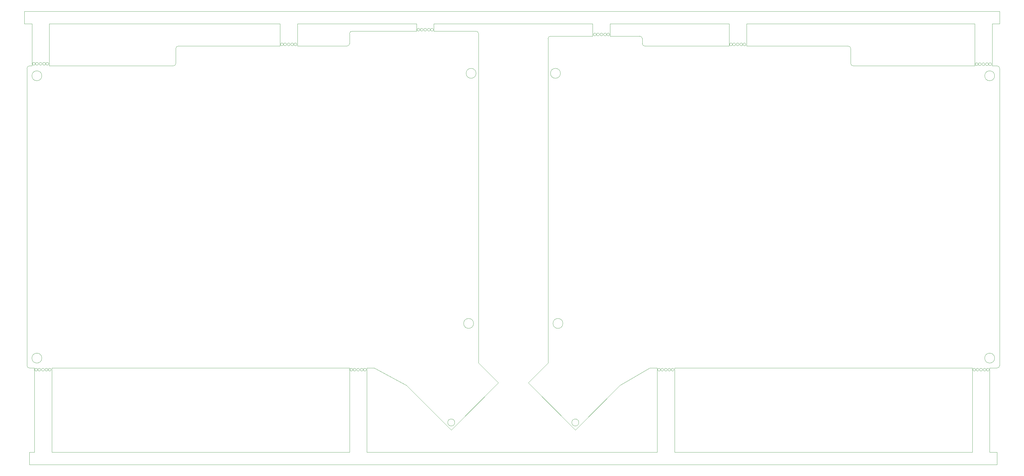
<source format=gbr>
%TF.GenerationSoftware,KiCad,Pcbnew,(5.1.10)-1*%
%TF.CreationDate,2021-08-08T19:29:01+02:00*%
%TF.ProjectId,T1,54312e6b-6963-4616-945f-706362585858,rev?*%
%TF.SameCoordinates,Original*%
%TF.FileFunction,Profile,NP*%
%FSLAX46Y46*%
G04 Gerber Fmt 4.6, Leading zero omitted, Abs format (unit mm)*
G04 Created by KiCad (PCBNEW (5.1.10)-1) date 2021-08-08 19:29:01*
%MOMM*%
%LPD*%
G01*
G04 APERTURE LIST*
%TA.AperFunction,Profile*%
%ADD10C,0.050000*%
%TD*%
G04 APERTURE END LIST*
D10*
X289001905Y-152146000D02*
G75*
G03*
X289001905Y-152146000I-457905J0D01*
G01*
X290144905Y-152146000D02*
G75*
G03*
X290144905Y-152146000I-457905J0D01*
G01*
X291160905Y-152146000D02*
G75*
G03*
X291160905Y-152146000I-457905J0D01*
G01*
X287858905Y-152146000D02*
G75*
G03*
X287858905Y-152146000I-457905J0D01*
G01*
X286842905Y-152146000D02*
G75*
G03*
X286842905Y-152146000I-457905J0D01*
G01*
X188163905Y-152146000D02*
G75*
G03*
X188163905Y-152146000I-457905J0D01*
G01*
X189306905Y-152146000D02*
G75*
G03*
X189306905Y-152146000I-457905J0D01*
G01*
X190322905Y-152146000D02*
G75*
G03*
X190322905Y-152146000I-457905J0D01*
G01*
X187020905Y-152146000D02*
G75*
G03*
X187020905Y-152146000I-457905J0D01*
G01*
X186004905Y-152146000D02*
G75*
G03*
X186004905Y-152146000I-457905J0D01*
G01*
X89738905Y-152146000D02*
G75*
G03*
X89738905Y-152146000I-457905J0D01*
G01*
X90881905Y-152146000D02*
G75*
G03*
X90881905Y-152146000I-457905J0D01*
G01*
X91897905Y-152146000D02*
G75*
G03*
X91897905Y-152146000I-457905J0D01*
G01*
X88595905Y-152146000D02*
G75*
G03*
X88595905Y-152146000I-457905J0D01*
G01*
X87579905Y-152146000D02*
G75*
G03*
X87579905Y-152146000I-457905J0D01*
G01*
X-11099095Y-152146000D02*
G75*
G03*
X-11099095Y-152146000I-457905J0D01*
G01*
X-9956095Y-152146000D02*
G75*
G03*
X-9956095Y-152146000I-457905J0D01*
G01*
X-8940095Y-152146000D02*
G75*
G03*
X-8940095Y-152146000I-457905J0D01*
G01*
X-12242095Y-152146000D02*
G75*
G03*
X-12242095Y-152146000I-457905J0D01*
G01*
X-13258095Y-152146000D02*
G75*
G03*
X-13258095Y-152146000I-457905J0D01*
G01*
X92075000Y-151606250D02*
X94456250Y-151606250D01*
X92075000Y-153193750D02*
X92075000Y-151606250D01*
X86518750Y-151606250D02*
X86518750Y-153193750D01*
X-8731250Y-151606250D02*
X86518750Y-151606250D01*
X-8731250Y-152400000D02*
X-8731250Y-151606250D01*
X-14287500Y-151606250D02*
X-15875000Y-151606250D01*
X-14287500Y-152400000D02*
X-14287500Y-151606250D01*
X285750000Y-151606250D02*
X190500000Y-151606250D01*
X285750000Y-152400000D02*
X285750000Y-151606250D01*
X291306250Y-151606250D02*
X291306250Y-152400000D01*
X293687500Y-151606250D02*
X291306250Y-151606250D01*
X190500000Y-152400000D02*
X190500000Y-151606250D01*
X184943750Y-151606250D02*
X182562500Y-151606250D01*
X184943750Y-152400000D02*
X184943750Y-151606250D01*
X291306250Y-178593750D02*
X291306250Y-152400000D01*
X285750000Y-178593750D02*
X285750000Y-152400000D01*
X293687500Y-178593750D02*
X291306250Y-178593750D01*
X293687500Y-182562500D02*
X293687500Y-178593750D01*
X190500000Y-178593750D02*
X285750000Y-178593750D01*
X190500000Y-152400000D02*
X190500000Y-178593750D01*
X184943750Y-178593750D02*
X180181250Y-178593750D01*
X184943750Y-152400000D02*
X184943750Y-178593750D01*
X119062500Y-178593750D02*
X180181250Y-178593750D01*
X119062500Y-182562500D02*
X293687500Y-182562500D01*
X92075000Y-178593750D02*
X119062500Y-178593750D01*
X92075000Y-178593750D02*
X92075000Y-153193750D01*
X86518750Y-178593750D02*
X86518750Y-153193750D01*
X-8731250Y-178593750D02*
X86518750Y-178593750D01*
X-8731250Y-178593750D02*
X-8731250Y-152400000D01*
X-14287500Y-178593750D02*
X-14287500Y-152400000D01*
X-15875000Y-178593750D02*
X-14287500Y-178593750D01*
X-15875000Y-182562500D02*
X-15875000Y-178593750D01*
X119062500Y-182562500D02*
X-15875000Y-182562500D01*
X289763905Y-54229000D02*
G75*
G03*
X289763905Y-54229000I-457905J0D01*
G01*
X290906905Y-54229000D02*
G75*
G03*
X290906905Y-54229000I-457905J0D01*
G01*
X291922905Y-54229000D02*
G75*
G03*
X291922905Y-54229000I-457905J0D01*
G01*
X288620905Y-54229000D02*
G75*
G03*
X288620905Y-54229000I-457905J0D01*
G01*
X287604905Y-54229000D02*
G75*
G03*
X287604905Y-54229000I-457905J0D01*
G01*
X211150905Y-47879000D02*
G75*
G03*
X211150905Y-47879000I-457905J0D01*
G01*
X212293905Y-47879000D02*
G75*
G03*
X212293905Y-47879000I-457905J0D01*
G01*
X213309905Y-47879000D02*
G75*
G03*
X213309905Y-47879000I-457905J0D01*
G01*
X210007905Y-47879000D02*
G75*
G03*
X210007905Y-47879000I-457905J0D01*
G01*
X208991905Y-47879000D02*
G75*
G03*
X208991905Y-47879000I-457905J0D01*
G01*
X167589905Y-44704000D02*
G75*
G03*
X167589905Y-44704000I-457905J0D01*
G01*
X168732905Y-44704000D02*
G75*
G03*
X168732905Y-44704000I-457905J0D01*
G01*
X169748905Y-44704000D02*
G75*
G03*
X169748905Y-44704000I-457905J0D01*
G01*
X166446905Y-44704000D02*
G75*
G03*
X166446905Y-44704000I-457905J0D01*
G01*
X165430905Y-44704000D02*
G75*
G03*
X165430905Y-44704000I-457905J0D01*
G01*
X111201905Y-43180000D02*
G75*
G03*
X111201905Y-43180000I-457905J0D01*
G01*
X112344905Y-43180000D02*
G75*
G03*
X112344905Y-43180000I-457905J0D01*
G01*
X113360905Y-43180000D02*
G75*
G03*
X113360905Y-43180000I-457905J0D01*
G01*
X110058905Y-43180000D02*
G75*
G03*
X110058905Y-43180000I-457905J0D01*
G01*
X109042905Y-43180000D02*
G75*
G03*
X109042905Y-43180000I-457905J0D01*
G01*
X67513905Y-47879000D02*
G75*
G03*
X67513905Y-47879000I-457905J0D01*
G01*
X68656905Y-47879000D02*
G75*
G03*
X68656905Y-47879000I-457905J0D01*
G01*
X69672905Y-47879000D02*
G75*
G03*
X69672905Y-47879000I-457905J0D01*
G01*
X66370905Y-47879000D02*
G75*
G03*
X66370905Y-47879000I-457905J0D01*
G01*
X65354905Y-47879000D02*
G75*
G03*
X65354905Y-47879000I-457905J0D01*
G01*
X-9702095Y-54102000D02*
G75*
G03*
X-9702095Y-54102000I-457905J0D01*
G01*
X-10718095Y-54102000D02*
G75*
G03*
X-10718095Y-54102000I-457905J0D01*
G01*
X-11861095Y-54102000D02*
G75*
G03*
X-11861095Y-54102000I-457905J0D01*
G01*
X-13004095Y-54102000D02*
G75*
G03*
X-13004095Y-54102000I-457905J0D01*
G01*
X-14020095Y-54102000D02*
G75*
G03*
X-14020095Y-54102000I-457905J0D01*
G01*
X293687500Y-54768750D02*
X292100000Y-54768750D01*
X292100000Y-54768750D02*
X292100000Y-53975000D01*
X286543750Y-54768750D02*
X286543750Y-53975000D01*
X247650000Y-54768750D02*
X286543750Y-54768750D01*
X213518750Y-48418750D02*
X226218750Y-48418750D01*
X213518750Y-47625000D02*
X213518750Y-48418750D01*
X207962500Y-48418750D02*
X207962500Y-47625000D01*
X180975000Y-48418750D02*
X207962500Y-48418750D01*
X69850000Y-48418750D02*
X85725000Y-48418750D01*
X69850000Y-47625000D02*
X69850000Y-48418750D01*
X64293750Y-48418750D02*
X64293750Y-47625000D01*
X31750000Y-48418750D02*
X64293750Y-48418750D01*
X-9525000Y-54768750D02*
X-9525000Y-53181250D01*
X30162500Y-54768750D02*
X-9525000Y-54768750D01*
X-15081250Y-54768750D02*
X-15081250Y-53181250D01*
X-15081250Y-54768750D02*
X-15875000Y-54768750D01*
X292100000Y-41275000D02*
X292100000Y-53975000D01*
X286543750Y-41275000D02*
X286543750Y-53975000D01*
X213518750Y-41275000D02*
X213518750Y-47625000D01*
X207962500Y-41275000D02*
X207962500Y-47625000D01*
X69850000Y-41275000D02*
X69850000Y-47625000D01*
X64293750Y-41275000D02*
X64293750Y-47625000D01*
X-9525000Y-41275000D02*
X-9525000Y-53181250D01*
X-15081250Y-41275000D02*
X-15081250Y-53181250D01*
X-9525000Y-41275000D02*
X-1587500Y-41275000D01*
X-17462500Y-41275000D02*
X-15081250Y-41275000D01*
X-17462500Y-37306250D02*
X-17462500Y-41275000D01*
X286543750Y-41275000D02*
X277812500Y-41275000D01*
X294481250Y-41275000D02*
X292100000Y-41275000D01*
X64293750Y-41275000D02*
X-1587500Y-41275000D01*
X107950000Y-41275000D02*
X69850000Y-41275000D01*
X113506250Y-37306250D02*
X-17462500Y-37306250D01*
X294481250Y-37306250D02*
X294481250Y-41275000D01*
X164306250Y-37306250D02*
X294481250Y-37306250D01*
X215106250Y-41275000D02*
X277812500Y-41275000D01*
X213518750Y-41275000D02*
X215106250Y-41275000D01*
X169862500Y-41275000D02*
X207962500Y-41275000D01*
X113506250Y-37306250D02*
X164306250Y-37306250D01*
X169862500Y-45243750D02*
X169862500Y-41275000D01*
X164306250Y-41275000D02*
X164306250Y-45243750D01*
X113506250Y-41275000D02*
X164306250Y-41275000D01*
X179387500Y-45243750D02*
X169862500Y-45243750D01*
X150812500Y-45243750D02*
X164306250Y-45243750D01*
X107950000Y-43656250D02*
X107950000Y-41275000D01*
X113506250Y-43656250D02*
X113506250Y-41275000D01*
X107156250Y-43656250D02*
X107950000Y-43656250D01*
X107156250Y-43656250D02*
X87312500Y-43656250D01*
X127000000Y-43656250D02*
X113506250Y-43656250D01*
X153987500Y-57150000D02*
G75*
G03*
X153987500Y-57150000I-1587500J0D01*
G01*
X127000000Y-57150000D02*
G75*
G03*
X127000000Y-57150000I-1587500J0D01*
G01*
X159872532Y-169068750D02*
G75*
G03*
X159872532Y-169068750I-1122532J0D01*
G01*
X120185032Y-169068750D02*
G75*
G03*
X120185032Y-169068750I-1122532J0D01*
G01*
X154781250Y-137318750D02*
G75*
G03*
X154781250Y-137318750I-1587500J0D01*
G01*
X126206250Y-137318750D02*
G75*
G03*
X126206250Y-137318750I-1587500J0D01*
G01*
X292893750Y-148431250D02*
G75*
G03*
X292893750Y-148431250I-1587500J0D01*
G01*
X292893750Y-57943750D02*
G75*
G03*
X292893750Y-57943750I-1587500J0D01*
G01*
X-11906250Y-57943750D02*
G75*
G03*
X-11906250Y-57943750I-1587500J0D01*
G01*
X-11906250Y-148431250D02*
G75*
G03*
X-11906250Y-148431250I-1587500J0D01*
G01*
X173037500Y-157162500D02*
X182562500Y-151606250D01*
X294481250Y-150812500D02*
X294481250Y-55562500D01*
X158750000Y-171450000D02*
X173037500Y-157162500D01*
X143668750Y-156368750D02*
X158750000Y-171450000D01*
X150018750Y-150018750D02*
X143668750Y-156368750D01*
X150018750Y-46037500D02*
X150018750Y-150018750D01*
X150018750Y-46037500D02*
G75*
G02*
X150812500Y-45243750I793750J0D01*
G01*
X180181250Y-47625000D02*
X180181250Y-46037500D01*
X180975000Y-48418750D02*
G75*
G02*
X180181250Y-47625000I0J793750D01*
G01*
X179387500Y-45243750D02*
G75*
G02*
X180181250Y-46037500I0J-793750D01*
G01*
X246856250Y-51593750D02*
X246856250Y-49212500D01*
X246062500Y-48418750D02*
G75*
G02*
X246856250Y-49212500I0J-793750D01*
G01*
X226218750Y-48418750D02*
X246062500Y-48418750D01*
X246856250Y-53975000D02*
X246856250Y-51593750D01*
X247650000Y-54768750D02*
G75*
G02*
X246856250Y-53975000I0J793750D01*
G01*
X293687500Y-54768750D02*
G75*
G02*
X294481250Y-55562500I0J-793750D01*
G01*
X294481250Y-150812500D02*
G75*
G02*
X293687500Y-151606250I-793750J0D01*
G01*
X104775000Y-157162500D02*
X94456250Y-151606250D01*
X119062500Y-171450000D02*
X104775000Y-157162500D01*
X134143750Y-156368750D02*
X119062500Y-171450000D01*
X127793750Y-150018750D02*
X134143750Y-156368750D01*
X127793750Y-44450000D02*
X127793750Y-150018750D01*
X127000000Y-43656250D02*
G75*
G02*
X127793750Y-44450000I0J-793750D01*
G01*
X86518750Y-47625000D02*
X86518750Y-44450000D01*
X86518750Y-44450000D02*
G75*
G02*
X87312500Y-43656250I793750J0D01*
G01*
X86518750Y-47625000D02*
G75*
G02*
X85725000Y-48418750I-793750J0D01*
G01*
X30956250Y-49212500D02*
G75*
G02*
X31750000Y-48418750I793750J0D01*
G01*
X30956250Y-53975000D02*
X30956250Y-49212500D01*
X-16668750Y-55562500D02*
X-16668750Y-150812500D01*
X30956250Y-53975000D02*
G75*
G02*
X30162500Y-54768750I-793750J0D01*
G01*
X-15875000Y-151606250D02*
G75*
G02*
X-16668750Y-150812500I0J793750D01*
G01*
X-16668750Y-55562500D02*
G75*
G02*
X-15875000Y-54768750I793750J0D01*
G01*
M02*

</source>
